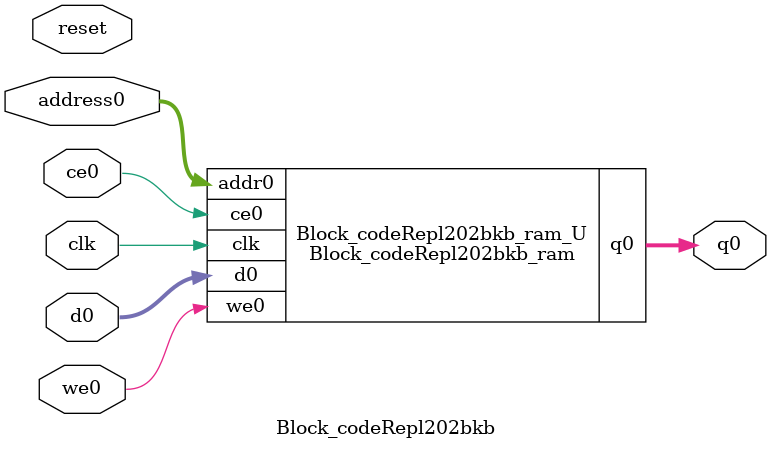
<source format=v>
`timescale 1 ns / 1 ps
module Block_codeRepl202bkb_ram (addr0, ce0, d0, we0, q0,  clk);

parameter DWIDTH = 8;
parameter AWIDTH = 9;
parameter MEM_SIZE = 322;

input[AWIDTH-1:0] addr0;
input ce0;
input[DWIDTH-1:0] d0;
input we0;
output reg[DWIDTH-1:0] q0;
input clk;

(* ram_style = "block" *)reg [DWIDTH-1:0] ram[0:MEM_SIZE-1];




always @(posedge clk)  
begin 
    if (ce0) begin
        if (we0) 
            ram[addr0] <= d0; 
        q0 <= ram[addr0];
    end
end


endmodule

`timescale 1 ns / 1 ps
module Block_codeRepl202bkb(
    reset,
    clk,
    address0,
    ce0,
    we0,
    d0,
    q0);

parameter DataWidth = 32'd8;
parameter AddressRange = 32'd322;
parameter AddressWidth = 32'd9;
input reset;
input clk;
input[AddressWidth - 1:0] address0;
input ce0;
input we0;
input[DataWidth - 1:0] d0;
output[DataWidth - 1:0] q0;



Block_codeRepl202bkb_ram Block_codeRepl202bkb_ram_U(
    .clk( clk ),
    .addr0( address0 ),
    .ce0( ce0 ),
    .we0( we0 ),
    .d0( d0 ),
    .q0( q0 ));

endmodule


</source>
